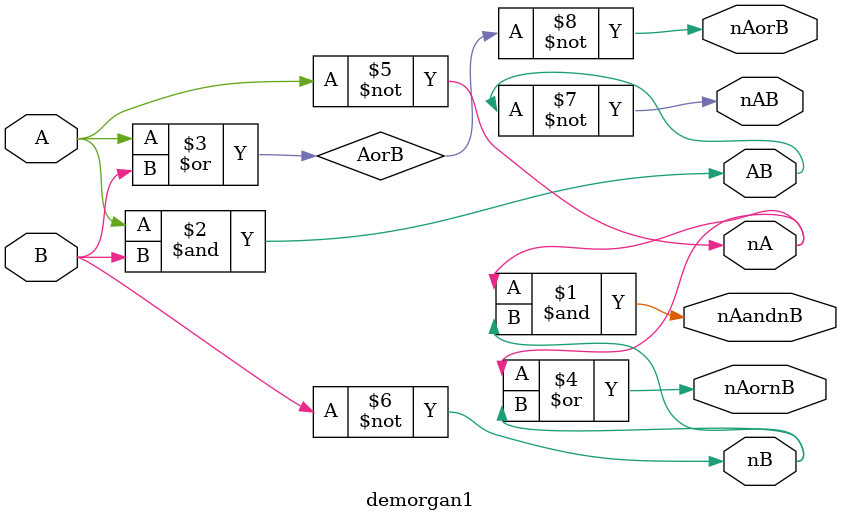
<source format=v>
module demorgan1
(
  input  A,          // Single bit inputs
  input  B,
  output nA,         // Output intermediate complemented inputs
  output nB,
  output nAandnB,     // Single bit output, (~A)*(~B)
  output AB,
  output nAB,
  output nAorB,
  output nAornB
);

  wire nA;
  wire nB;
  wire AorB;
  not Ainv(nA, A);  	// Top inverter is named Ainv, takes signal A as input and produces signal nA
  not Binv(nB, B);
  and andgate(nAandnB, nA, nB); 	// AND gate produces nAandnB from nA and nB
  and andgate2(AB, A, B);
  not ABinv(nAB, AB);
  or orgate(AorB, A, B);
  not AorBinv(nAorB, AorB);
  or orgate2(nAornB, nA, nB);
endmodule

</source>
